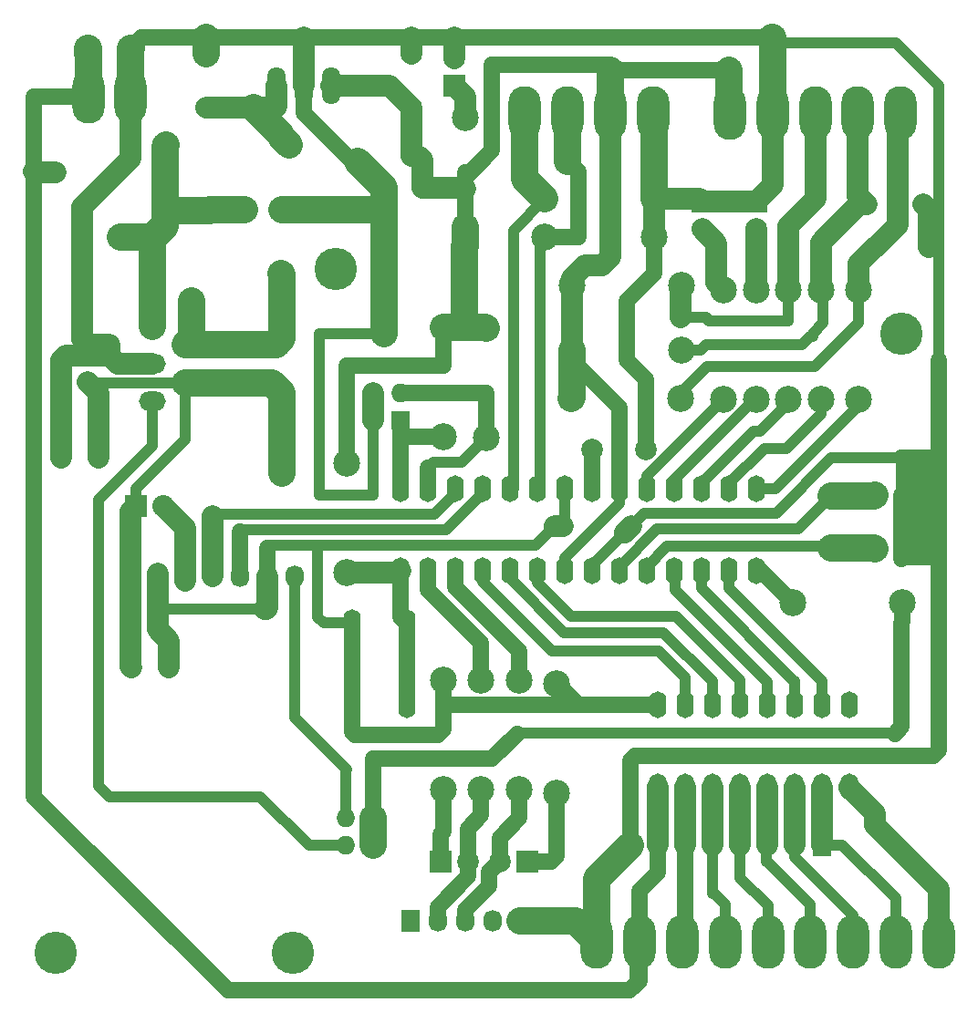
<source format=gbr>
G04 #@! TF.FileFunction,Copper,L2,Bot,Signal*
%FSLAX46Y46*%
G04 Gerber Fmt 4.6, Leading zero omitted, Abs format (unit mm)*
G04 Created by KiCad (PCBNEW 4.0.1-stable) date 12/21/2015 1:33:06 PM*
%MOMM*%
G01*
G04 APERTURE LIST*
%ADD10C,0.150000*%
%ADD11C,3.937000*%
%ADD12O,2.499360X1.800860*%
%ADD13C,2.500000*%
%ADD14O,2.999740X5.001260*%
%ADD15R,2.000000X2.000000*%
%ADD16C,2.000000*%
%ADD17O,1.699260X3.500120*%
%ADD18O,1.600000X2.500000*%
%ADD19C,1.699260*%
%ADD20R,1.699260X1.699260*%
%ADD21R,1.727200X2.032000*%
%ADD22O,1.727200X2.032000*%
%ADD23R,1.727200X1.727200*%
%ADD24O,1.727200X1.727200*%
%ADD25C,1.524000*%
%ADD26R,1.300000X1.300000*%
%ADD27C,1.300000*%
%ADD28R,2.032000X2.032000*%
%ADD29O,2.032000X2.032000*%
%ADD30R,1.905000X1.905000*%
%ADD31C,1.905000*%
%ADD32C,0.889000*%
%ADD33C,2.499360*%
%ADD34C,1.998980*%
%ADD35C,1.500000*%
%ADD36C,1.501140*%
%ADD37C,1.000760*%
%ADD38C,2.000000*%
%ADD39C,2.500000*%
%ADD40C,2.501140*%
%ADD41C,1.000000*%
%ADD42C,0.254000*%
G04 APERTURE END LIST*
D10*
D11*
X113000000Y-95000000D03*
D12*
X96000260Y-103800860D03*
X96000260Y-100300740D03*
X96000260Y-107300980D03*
X99000000Y-105601720D03*
X99000000Y-102000000D03*
D13*
X165580000Y-126000000D03*
X155420000Y-126000000D03*
X123000000Y-110580000D03*
X123000000Y-100420000D03*
D14*
X161018800Y-157500000D03*
X164981200Y-157500000D03*
X157058940Y-157500000D03*
X168941060Y-157500000D03*
X141209860Y-157500000D03*
X145169720Y-157500000D03*
X149129580Y-157500000D03*
X153089440Y-157500000D03*
X137250000Y-157500000D03*
D13*
X126500000Y-133170000D03*
X126500000Y-143330000D03*
D15*
X122750000Y-150000000D03*
D16*
X125290000Y-150000000D03*
D17*
X110000000Y-78000000D03*
X107460000Y-78000000D03*
X112540000Y-78000000D03*
D18*
X119000000Y-123000000D03*
X121540000Y-123000000D03*
X124080000Y-123000000D03*
X126620000Y-123000000D03*
X129160000Y-123000000D03*
X131700000Y-123000000D03*
X134240000Y-123000000D03*
X136780000Y-123000000D03*
X139320000Y-123000000D03*
X141860000Y-123000000D03*
X144400000Y-123000000D03*
X146940000Y-123000000D03*
X149480000Y-123000000D03*
X152020000Y-123000000D03*
X152020000Y-115380000D03*
X149480000Y-115380000D03*
X146940000Y-115380000D03*
X144400000Y-115380000D03*
X141860000Y-115380000D03*
X139320000Y-115380000D03*
X136780000Y-115380000D03*
X134240000Y-115380000D03*
X131700000Y-115380000D03*
X129160000Y-115380000D03*
X126620000Y-115380000D03*
X124080000Y-115380000D03*
X121540000Y-115380000D03*
X119000000Y-115380000D03*
D16*
X136750000Y-111750000D03*
X141750000Y-111750000D03*
X101000000Y-75000000D03*
X101000000Y-80000000D03*
X120000000Y-75000000D03*
X120000000Y-80000000D03*
D19*
X87000000Y-86000000D03*
D20*
X97160000Y-86000000D03*
D15*
X124000000Y-78000000D03*
D16*
X124000000Y-75460000D03*
D15*
X130750000Y-150000000D03*
D16*
X128210000Y-150000000D03*
D15*
X152000000Y-88710000D03*
D16*
X152000000Y-91250000D03*
D15*
X147000000Y-88710000D03*
D16*
X147000000Y-91250000D03*
D19*
X89500000Y-98000000D03*
D20*
X99660000Y-98000000D03*
D21*
X119920000Y-155500000D03*
D22*
X122460000Y-155500000D03*
X125000000Y-155500000D03*
X127540000Y-155500000D03*
X130080000Y-155500000D03*
X132620000Y-155500000D03*
D23*
X119000000Y-109040000D03*
D24*
X116460000Y-109040000D03*
X119000000Y-106500000D03*
X116460000Y-106500000D03*
D13*
X114000000Y-113000000D03*
X114000000Y-123160000D03*
X130000000Y-133170000D03*
X130000000Y-143330000D03*
X125000000Y-91080000D03*
X125000000Y-80920000D03*
X161497540Y-96920940D03*
X161497540Y-107080940D03*
X155000000Y-96920000D03*
X155000000Y-107080000D03*
X158000000Y-96920000D03*
X158000000Y-107080000D03*
X151997940Y-96920940D03*
X151997940Y-107080940D03*
X148998200Y-96920940D03*
X148998200Y-107080940D03*
X145000000Y-107000000D03*
X134840000Y-107000000D03*
X145080000Y-102500000D03*
X134920000Y-102500000D03*
X133500000Y-133500000D03*
X133500000Y-143660000D03*
X123000000Y-133170000D03*
X123000000Y-143330000D03*
X145080000Y-96500000D03*
X134920000Y-96500000D03*
X127000000Y-110660000D03*
X127000000Y-100500000D03*
X132420000Y-92000000D03*
X142580000Y-92000000D03*
X132420000Y-88500000D03*
X142580000Y-88500000D03*
D25*
X97285000Y-83500000D03*
X108715000Y-83500000D03*
D18*
X114500000Y-127880000D03*
X119580000Y-127880000D03*
X114500000Y-135500000D03*
X119580000Y-135500000D03*
X160660000Y-135500000D03*
X158120000Y-135500000D03*
X155580000Y-135500000D03*
X153040000Y-135500000D03*
X150500000Y-135500000D03*
X147960000Y-135500000D03*
X145420000Y-135500000D03*
X142880000Y-135500000D03*
X142880000Y-143120000D03*
X145420000Y-143120000D03*
X147960000Y-143120000D03*
X150500000Y-143120000D03*
X153040000Y-143120000D03*
X155580000Y-143120000D03*
X158120000Y-143120000D03*
X160660000Y-143120000D03*
D16*
X159000000Y-120940940D03*
X159000000Y-116059060D03*
D26*
X163000000Y-121000000D03*
D27*
X165500000Y-121000000D03*
D26*
X163000000Y-116000000D03*
D27*
X165500000Y-116000000D03*
D14*
X90018800Y-79000000D03*
X93981200Y-79000000D03*
X161459860Y-80500000D03*
X157500000Y-80500000D03*
X153540140Y-80500000D03*
X149580280Y-80500000D03*
X165419720Y-80500000D03*
X138481200Y-80500000D03*
X134518800Y-80500000D03*
X142441060Y-80500000D03*
X130558940Y-80500000D03*
D27*
X89500000Y-92000000D03*
D26*
X93000000Y-92000000D03*
D27*
X90000000Y-102000000D03*
D26*
X90000000Y-105500000D03*
D27*
X108000000Y-89500000D03*
D26*
X104500000Y-89500000D03*
D27*
X117500000Y-87500000D03*
D26*
X121000000Y-87500000D03*
D27*
X87500000Y-112500000D03*
D26*
X91000000Y-112500000D03*
D21*
X158160000Y-148500000D03*
D22*
X155620000Y-148500000D03*
X153080000Y-148500000D03*
X150540000Y-148500000D03*
X148000000Y-148500000D03*
X145460000Y-148500000D03*
X142920000Y-148500000D03*
X140380000Y-148500000D03*
D21*
X93920000Y-123500000D03*
D22*
X96460000Y-123500000D03*
X99000000Y-123500000D03*
X101540000Y-123500000D03*
X104080000Y-123500000D03*
X106620000Y-123500000D03*
X109160000Y-123500000D03*
D23*
X116500000Y-148500000D03*
D24*
X113960000Y-148500000D03*
X116500000Y-145960000D03*
X113960000Y-145960000D03*
D28*
X94460000Y-117000000D03*
D29*
X97000000Y-117000000D03*
D11*
X87000000Y-158500000D03*
X109000000Y-158500000D03*
X165500000Y-101000000D03*
D30*
X108000000Y-101460000D03*
D31*
X108000000Y-106540000D03*
D26*
X145000000Y-99500000D03*
D27*
X140000000Y-99500000D03*
D26*
X162500000Y-89000000D03*
D27*
X167500000Y-89000000D03*
D26*
X163000000Y-93000000D03*
D27*
X168000000Y-93000000D03*
D32*
X134105674Y-118894326D03*
X140458055Y-118871945D03*
X140394326Y-118894326D03*
D33*
X96149360Y-92000000D02*
X96000260Y-92149100D01*
X96000260Y-92149100D02*
X96000260Y-100300740D01*
X93000000Y-92000000D02*
X96149360Y-92000000D01*
X96149360Y-92000000D02*
X97160000Y-90989360D01*
X97160000Y-90989360D02*
X97160000Y-90840000D01*
X97160000Y-86000000D02*
X97160000Y-89558019D01*
X97160000Y-89558019D02*
X97160000Y-90840000D01*
X104500000Y-89500000D02*
X101350640Y-89500000D01*
X101350640Y-89500000D02*
X101292621Y-89558019D01*
X101292621Y-89558019D02*
X97160000Y-89558019D01*
X97160000Y-90840000D02*
X96500000Y-91500000D01*
X97160000Y-86000000D02*
X97160000Y-83625000D01*
X97160000Y-83625000D02*
X97285000Y-83500000D01*
X134920000Y-102500000D02*
X134920000Y-106920000D01*
X134920000Y-106920000D02*
X134840000Y-107000000D01*
D34*
X138481200Y-80500000D02*
X138500000Y-80518800D01*
X134920000Y-100500000D02*
X134920000Y-103500000D01*
X138500000Y-80518800D02*
X138500000Y-93886331D01*
X138500000Y-93886331D02*
X137711048Y-94675283D01*
X137711048Y-94675283D02*
X136094412Y-94675283D01*
X136094412Y-94675283D02*
X134903207Y-95866488D01*
X134903207Y-100483207D02*
X134920000Y-100500000D01*
X134903207Y-95866488D02*
X134903207Y-100483207D01*
D35*
X114000000Y-113000000D02*
X114000000Y-104000000D01*
X114000000Y-104000000D02*
X123000000Y-104000000D01*
X123000000Y-104000000D02*
X123000000Y-100420000D01*
D33*
X123000000Y-100420000D02*
X124931874Y-100420000D01*
X124931874Y-100420000D02*
X126920000Y-100420000D01*
X125000000Y-91080000D02*
X125000000Y-92847766D01*
X125000000Y-92847766D02*
X124931874Y-92915892D01*
X124931874Y-92915892D02*
X124931874Y-100420000D01*
X126920000Y-100420000D02*
X127000000Y-100500000D01*
D36*
X125000000Y-91080000D02*
X125000000Y-87545205D01*
X125000000Y-87545205D02*
X125000000Y-86500000D01*
D34*
X121000000Y-87500000D02*
X124954795Y-87500000D01*
X124954795Y-87500000D02*
X125000000Y-87545205D01*
X120000000Y-84500000D02*
X120648980Y-84500000D01*
X120648980Y-84500000D02*
X121000000Y-84851020D01*
X121000000Y-84851020D02*
X121000000Y-87500000D01*
X120000000Y-80000000D02*
X120000000Y-84500000D01*
D37*
X139320000Y-115380000D02*
X139320000Y-116736130D01*
X139320000Y-116736130D02*
X134240000Y-121816130D01*
X134240000Y-121816130D02*
X134240000Y-123000000D01*
D36*
X134920000Y-103500000D02*
X139320000Y-107900000D01*
X139320000Y-107900000D02*
X139320000Y-115380000D01*
X125000000Y-86500000D02*
X127500000Y-84000000D01*
X138000000Y-76000000D02*
X138500000Y-76500000D01*
X127500000Y-76000000D02*
X138000000Y-76000000D01*
X127500000Y-84000000D02*
X127500000Y-76000000D01*
X138500000Y-76500000D02*
X149500000Y-76500000D01*
D33*
X149500000Y-76500000D02*
X149500000Y-80419720D01*
X138500000Y-80481200D02*
X138500000Y-76500000D01*
X149500000Y-80419720D02*
X149580280Y-80500000D01*
X138481200Y-80500000D02*
X138500000Y-80481200D01*
D36*
X125000000Y-86500000D02*
X125000000Y-86000000D01*
D34*
X112540000Y-78000000D02*
X118000000Y-78000000D01*
X118000000Y-78000000D02*
X120000000Y-80000000D01*
X168000000Y-93000000D02*
X168000000Y-89500000D01*
X168000000Y-89500000D02*
X167500000Y-89000000D01*
D37*
X169000000Y-78000000D02*
X169000000Y-93004526D01*
X169000000Y-93004526D02*
X169000000Y-103500000D01*
D36*
X140000000Y-99500000D02*
X140000000Y-103500000D01*
X140000000Y-103500000D02*
X141750000Y-105250000D01*
X141750000Y-105250000D02*
X141750000Y-111750000D01*
X142580000Y-92000000D02*
X142580000Y-95420000D01*
X142580000Y-95420000D02*
X140000000Y-98000000D01*
X140000000Y-98000000D02*
X140000000Y-99500000D01*
D38*
X116460000Y-109040000D02*
X116460000Y-106500000D01*
D34*
X87950740Y-103049260D02*
X92000000Y-103049260D01*
X87500000Y-103500000D02*
X87950740Y-103049260D01*
X87500000Y-112500000D02*
X87500000Y-103500000D01*
X92000000Y-102000000D02*
X90000000Y-102000000D01*
X92000000Y-103049260D02*
X92000000Y-102000000D01*
X96000260Y-103800860D02*
X92751600Y-103800860D01*
X92751600Y-103800860D02*
X92000000Y-103049260D01*
X89500000Y-98000000D02*
X89500000Y-101500000D01*
X89500000Y-101500000D02*
X90000000Y-102000000D01*
X106620000Y-123500000D02*
X106620000Y-126514980D01*
X106620000Y-126514980D02*
X106539796Y-126595184D01*
X106539796Y-126595184D02*
X106403378Y-126595184D01*
D37*
X106412025Y-126586537D02*
X106403378Y-126595184D01*
X106403378Y-126595184D02*
X96465608Y-126595184D01*
X96465608Y-126595184D02*
X96460000Y-126600792D01*
X106620000Y-123500000D02*
X106620000Y-123652400D01*
X106620000Y-123652400D02*
X106500000Y-123772400D01*
D34*
X96460000Y-123294976D02*
X96460000Y-126600792D01*
X96460000Y-126600792D02*
X96460000Y-128460000D01*
X96470726Y-123284250D02*
X96460000Y-123294976D01*
X96460000Y-128460000D02*
X97500000Y-129500000D01*
X97500000Y-129500000D02*
X97500000Y-132000000D01*
D37*
X106827140Y-120672860D02*
X106620000Y-120880000D01*
D35*
X106620000Y-120880000D02*
X106620000Y-123500000D01*
D37*
X111327140Y-120672860D02*
X106827140Y-120672860D01*
D34*
X93981200Y-79000000D02*
X93981200Y-84783439D01*
X93981200Y-84783439D02*
X89500000Y-89264639D01*
X89500000Y-89264639D02*
X89500000Y-92000000D01*
X89500000Y-98000000D02*
X89500000Y-92000000D01*
D37*
X117500000Y-101000000D02*
X111434909Y-101000000D01*
X116420000Y-116000000D02*
X116460000Y-115960000D01*
X111434909Y-101000000D02*
X111434909Y-116000000D01*
X111434909Y-116000000D02*
X116420000Y-116000000D01*
X116460000Y-115960000D02*
X116460000Y-109040000D01*
D39*
X117500000Y-87500000D02*
X117500000Y-89551024D01*
D33*
X108000000Y-89500000D02*
X117448976Y-89500000D01*
D39*
X117500000Y-89551024D02*
X117500000Y-101000000D01*
D33*
X117448976Y-89500000D02*
X117500000Y-89551024D01*
D37*
X133355674Y-118894326D02*
X131577140Y-120672860D01*
X131577140Y-120672860D02*
X111327140Y-120672860D01*
X111327140Y-120672860D02*
X111306579Y-120693421D01*
X111306579Y-120693421D02*
X111306579Y-127306579D01*
X111306579Y-127306579D02*
X111880000Y-127880000D01*
X111880000Y-127880000D02*
X114500000Y-127880000D01*
D36*
X123500000Y-135500000D02*
X135500000Y-135500000D01*
X123000000Y-136000000D02*
X123500000Y-135500000D01*
X142880000Y-135500000D02*
X135500000Y-135500000D01*
X135500000Y-135500000D02*
X133500000Y-133500000D01*
X169000000Y-112500000D02*
X169000000Y-139683125D01*
X169000000Y-139683125D02*
X168475137Y-140207988D01*
X168475137Y-140207988D02*
X140762431Y-140207988D01*
X140762431Y-140207988D02*
X140380000Y-140590419D01*
X140380000Y-140590419D02*
X140380000Y-148500000D01*
X114500000Y-127880000D02*
X114500000Y-135500000D01*
X123000000Y-137750000D02*
X122498860Y-138251140D01*
X122498860Y-138251140D02*
X114748860Y-138251140D01*
X114748860Y-138251140D02*
X114500000Y-138002280D01*
X114500000Y-138002280D02*
X114500000Y-135500000D01*
X110000000Y-78000000D02*
X110000000Y-80500000D01*
X110000000Y-80500000D02*
X114500000Y-85000000D01*
X114500000Y-85000000D02*
X115000000Y-85000000D01*
D40*
X115000000Y-85000000D02*
X117500000Y-87500000D01*
D33*
X137250000Y-157500000D02*
X137250000Y-151630000D01*
X137250000Y-151630000D02*
X140380000Y-148500000D01*
X132620000Y-155500000D02*
X135250000Y-155500000D01*
X135250000Y-155500000D02*
X137250000Y-157500000D01*
X130080000Y-155500000D02*
X132620000Y-155500000D01*
D36*
X165500000Y-121000000D02*
X165500000Y-121919238D01*
X165500000Y-112500000D02*
X169000000Y-112500000D01*
X169000000Y-112500000D02*
X169000000Y-103500000D01*
D37*
X153540140Y-74000000D02*
X165000000Y-74000000D01*
X165000000Y-74000000D02*
X169000000Y-78000000D01*
D36*
X123000000Y-137750000D02*
X123000000Y-136000000D01*
X123000000Y-133170000D02*
X123000000Y-136000000D01*
D34*
X133355674Y-118894326D02*
X134105674Y-118894326D01*
D37*
X140458055Y-118871945D02*
X141647752Y-117682248D01*
X136780000Y-122550000D02*
X139832843Y-119497157D01*
D34*
X140458055Y-118871945D02*
X139832843Y-119497157D01*
D37*
X136780000Y-123000000D02*
X136780000Y-122550000D01*
X141647752Y-117682248D02*
X141647752Y-117647752D01*
X141647752Y-117647752D02*
X153852248Y-117647752D01*
X153852248Y-117647752D02*
X159000000Y-112500000D01*
X159000000Y-112500000D02*
X165500000Y-112500000D01*
X133355674Y-118894326D02*
X134240000Y-118010000D01*
X134240000Y-118010000D02*
X134240000Y-115380000D01*
D34*
X124000000Y-75460000D02*
X124000000Y-73500000D01*
X124000000Y-73500000D02*
X124000000Y-74000000D01*
X124000000Y-74000000D02*
X124000000Y-73500000D01*
D33*
X142441060Y-80500000D02*
X142580000Y-80638940D01*
X142580000Y-80638940D02*
X142580000Y-88500000D01*
D34*
X110000000Y-78000000D02*
X110000000Y-73500000D01*
D33*
X101000000Y-75000000D02*
X101000000Y-73500000D01*
X101000000Y-73500000D02*
X101000000Y-74000000D01*
X101000000Y-74000000D02*
X101000000Y-73500000D01*
D36*
X165500000Y-116000000D02*
X165500000Y-121000000D01*
D33*
X153540140Y-80500000D02*
X153540140Y-74000000D01*
X153540140Y-74000000D02*
X153540140Y-73500000D01*
X153540140Y-73500000D02*
X153500000Y-73500000D01*
D34*
X120000000Y-75000000D02*
X120000000Y-73500000D01*
D36*
X138000000Y-73500000D02*
X153500000Y-73500000D01*
X93981200Y-74518800D02*
X95000000Y-73500000D01*
X95000000Y-73500000D02*
X101000000Y-73500000D01*
X101000000Y-73500000D02*
X110000000Y-73500000D01*
X110000000Y-73500000D02*
X120000000Y-73500000D01*
X120000000Y-73500000D02*
X124000000Y-73500000D01*
X124000000Y-73500000D02*
X125000000Y-73500000D01*
X125000000Y-73500000D02*
X138000000Y-73500000D01*
X154000000Y-80040140D02*
X153540140Y-80500000D01*
D33*
X93981200Y-79000000D02*
X93981200Y-74518800D01*
X93981200Y-74518800D02*
X94000000Y-74500000D01*
D34*
X153540140Y-80500000D02*
X153540140Y-87169860D01*
X153540140Y-87169860D02*
X152000000Y-88710000D01*
X142580000Y-88500000D02*
X142580000Y-92000000D01*
X142580000Y-88500000D02*
X146790000Y-88500000D01*
X146790000Y-88500000D02*
X147000000Y-88710000D01*
X147000000Y-88710000D02*
X152000000Y-88710000D01*
D37*
X165500000Y-112500000D02*
X165500000Y-116000000D01*
D36*
X85000000Y-85915736D02*
X85000000Y-144023407D01*
X85000000Y-144023407D02*
X102978405Y-162001812D01*
X102978405Y-162001812D02*
X140300305Y-162001812D01*
X140300305Y-162001812D02*
X141209860Y-161092257D01*
X141209860Y-161092257D02*
X141209860Y-157500000D01*
X85000000Y-79000000D02*
X85000000Y-85915736D01*
D34*
X87000000Y-86000000D02*
X85084264Y-86000000D01*
X85084264Y-86000000D02*
X85000000Y-85915736D01*
X142880000Y-143120000D02*
X142880000Y-147459970D01*
X142880000Y-147459970D02*
X142883179Y-147463149D01*
X142883179Y-147463149D02*
X142883179Y-148463179D01*
X142883179Y-148463179D02*
X142920000Y-148500000D01*
D36*
X142920000Y-148500000D02*
X142920000Y-151017140D01*
X142920000Y-151017140D02*
X141209860Y-152727280D01*
X141209860Y-152727280D02*
X141209860Y-153498230D01*
X141209860Y-153498230D02*
X141209860Y-157500000D01*
X141058940Y-161243177D02*
X141058940Y-157500000D01*
X90018800Y-79000000D02*
X85000000Y-79000000D01*
D33*
X90018800Y-79000000D02*
X90018800Y-74518800D01*
X90000000Y-74537600D02*
X90000000Y-75000000D01*
X90018800Y-74518800D02*
X90000000Y-74537600D01*
X159000000Y-120940940D02*
X162940940Y-120940940D01*
X162940940Y-120940940D02*
X163000000Y-121000000D01*
D37*
X141860000Y-123000000D02*
X141860000Y-122640000D01*
X141860000Y-122640000D02*
X143765585Y-120734415D01*
X143765585Y-120734415D02*
X158793475Y-120734415D01*
X158793475Y-120734415D02*
X159000000Y-120940940D01*
D36*
X162940940Y-120940940D02*
X163000000Y-121000000D01*
D33*
X159000000Y-116059060D02*
X162940940Y-116059060D01*
X162940940Y-116059060D02*
X163000000Y-116000000D01*
D37*
X142831951Y-119168049D02*
X155891011Y-119168049D01*
X139320000Y-123000000D02*
X139320000Y-122680000D01*
X139320000Y-122680000D02*
X142831951Y-119168049D01*
X155891011Y-119168049D02*
X159000000Y-116059060D01*
D36*
X162940940Y-116059060D02*
X163000000Y-116000000D01*
X136750000Y-111750000D02*
X136750000Y-115350000D01*
X136750000Y-115350000D02*
X136780000Y-115380000D01*
D34*
X101000000Y-80000000D02*
X105400241Y-80000000D01*
X105400241Y-80000000D02*
X106000000Y-80000000D01*
D33*
X108715000Y-83500000D02*
X107953001Y-82738001D01*
X107953001Y-82738001D02*
X107953001Y-82552760D01*
X107953001Y-82552760D02*
X105400241Y-80000000D01*
D34*
X107460000Y-79960000D02*
X107420000Y-80000000D01*
X107420000Y-80000000D02*
X106000000Y-80000000D01*
X107460000Y-78000000D02*
X107460000Y-79960000D01*
D37*
X106000000Y-80000000D02*
X106000000Y-80500000D01*
X106000000Y-80500000D02*
X106000000Y-80000000D01*
D34*
X124000000Y-78000000D02*
X125000000Y-79000000D01*
X125000000Y-79000000D02*
X125000000Y-80920000D01*
D36*
X133500000Y-147170000D02*
X133500000Y-143660000D01*
X130750000Y-150000000D02*
X133000000Y-150000000D01*
X133500000Y-149500000D02*
X133500000Y-147170000D01*
X133000000Y-150000000D02*
X133500000Y-149500000D01*
X127210001Y-152289999D02*
X125000000Y-154500000D01*
X125000000Y-154500000D02*
X125000000Y-155500000D01*
X128210000Y-150000000D02*
X127210001Y-150999999D01*
X127210001Y-150999999D02*
X127210001Y-152289999D01*
X128210000Y-150000000D02*
X128210000Y-147790000D01*
X130000000Y-146000000D02*
X130000000Y-143330000D01*
X128210000Y-147790000D02*
X130000000Y-146000000D01*
X123000000Y-143330000D02*
X123000000Y-147250000D01*
X122750000Y-147500000D02*
X122750000Y-150000000D01*
X123000000Y-147250000D02*
X122750000Y-147500000D01*
X125290000Y-150000000D02*
X125290000Y-151414213D01*
X125290000Y-151414213D02*
X122460000Y-154244213D01*
X122460000Y-154244213D02*
X122460000Y-155500000D01*
X125290000Y-150000000D02*
X125290000Y-146960000D01*
X126500000Y-145750000D02*
X126500000Y-143330000D01*
X125290000Y-146960000D02*
X126500000Y-145750000D01*
D34*
X152000000Y-91250000D02*
X152000000Y-96918880D01*
X152000000Y-96918880D02*
X151997940Y-96920940D01*
X147000000Y-91250000D02*
X148338302Y-92588302D01*
X148338302Y-92588302D02*
X148338302Y-96261042D01*
X148338302Y-96261042D02*
X148998200Y-96920940D01*
D33*
X99660000Y-98000000D02*
X99660000Y-101340000D01*
X99660000Y-101340000D02*
X99000000Y-102000000D01*
X108000000Y-101460000D02*
X108000000Y-95474044D01*
X108000000Y-95474044D02*
X107951451Y-95425495D01*
X99000000Y-102000000D02*
X107460000Y-102000000D01*
X107460000Y-102000000D02*
X108000000Y-101460000D01*
D34*
X114000000Y-123160000D02*
X118840000Y-123160000D01*
X118840000Y-123160000D02*
X119000000Y-123000000D01*
D36*
X119580000Y-127880000D02*
X119580000Y-135500000D01*
X119000000Y-123000000D02*
X119000000Y-127300000D01*
X119000000Y-127300000D02*
X119580000Y-127880000D01*
X121540000Y-124790000D02*
X126500000Y-129750000D01*
X126500000Y-129750000D02*
X126500000Y-133170000D01*
X121540000Y-123000000D02*
X121540000Y-124790000D01*
X124080000Y-124580000D02*
X130000000Y-130500000D01*
X130000000Y-130500000D02*
X130000000Y-133170000D01*
X124080000Y-123000000D02*
X124080000Y-124580000D01*
D41*
X145420000Y-135500000D02*
X145420000Y-132920000D01*
X145420000Y-132920000D02*
X142954358Y-130454358D01*
X142954358Y-130454358D02*
X133063804Y-130454358D01*
X133063804Y-130454358D02*
X126620000Y-124010554D01*
X126620000Y-124010554D02*
X126620000Y-123000000D01*
X134178240Y-128750000D02*
X143403019Y-128750000D01*
X143403019Y-128750000D02*
X147960000Y-133306981D01*
X147960000Y-133306981D02*
X147960000Y-135500000D01*
D37*
X129160000Y-123000000D02*
X129160000Y-123731760D01*
X129160000Y-123731760D02*
X134178240Y-128750000D01*
D41*
X134669664Y-127101034D02*
X134822641Y-127254011D01*
X150500000Y-133183302D02*
X150500000Y-135500000D01*
X134822641Y-127254011D02*
X144570709Y-127254011D01*
X144570709Y-127254011D02*
X150500000Y-133183302D01*
D37*
X131700000Y-123000000D02*
X131700000Y-124131370D01*
X131700000Y-124131370D02*
X134669664Y-127101034D01*
D41*
X144400000Y-123000000D02*
X144400000Y-123450000D01*
X144400000Y-123450000D02*
X144500000Y-123550000D01*
X144500000Y-123550000D02*
X144500000Y-124790507D01*
X144500000Y-124790507D02*
X153040000Y-133330507D01*
X153040000Y-133330507D02*
X153040000Y-135500000D01*
X146940000Y-123000000D02*
X146940000Y-124657122D01*
X146940000Y-124657122D02*
X155532878Y-133250000D01*
X155532878Y-133250000D02*
X155580000Y-133250000D01*
X155580000Y-133250000D02*
X155580000Y-135500000D01*
X149480000Y-123000000D02*
X149480000Y-124610000D01*
X149480000Y-124610000D02*
X158120000Y-133250000D01*
X158120000Y-133250000D02*
X158120000Y-135500000D01*
D36*
X152020000Y-123000000D02*
X152420000Y-123000000D01*
X152420000Y-123000000D02*
X155420000Y-126000000D01*
D37*
X161497540Y-107703220D02*
X161497540Y-107080940D01*
X153820760Y-115380000D02*
X161497540Y-107703220D01*
X152020000Y-115380000D02*
X153820760Y-115380000D01*
D41*
X149480000Y-115380000D02*
X149480000Y-114930000D01*
X149480000Y-114930000D02*
X152773384Y-111636616D01*
X152773384Y-111636616D02*
X154863384Y-111636616D01*
X154863384Y-111636616D02*
X158000000Y-108500000D01*
X158000000Y-108500000D02*
X158000000Y-107080000D01*
D37*
X149480000Y-115380000D02*
X149480000Y-114826928D01*
X146940000Y-115380000D02*
X146940000Y-114930000D01*
X155000000Y-107417478D02*
X155000000Y-107080000D01*
X146940000Y-114930000D02*
X151780932Y-110089068D01*
X151780932Y-110089068D02*
X152328410Y-110089068D01*
X152328410Y-110089068D02*
X155000000Y-107417478D01*
X144400000Y-115380000D02*
X144400000Y-114567475D01*
X151886535Y-107080940D02*
X151997940Y-107080940D01*
X144400000Y-114567475D02*
X151886535Y-107080940D01*
X141860000Y-115380000D02*
X141860000Y-114219140D01*
X141860000Y-114219140D02*
X148998200Y-107080940D01*
X132000000Y-115380000D02*
X132000000Y-105500000D01*
X132000000Y-92420000D02*
X132420000Y-92000000D01*
X132000000Y-105500000D02*
X132000000Y-92420000D01*
X132000000Y-105500000D02*
X132000000Y-105500000D01*
D33*
X134518800Y-80500000D02*
X134518800Y-84981200D01*
D36*
X135500000Y-92000000D02*
X132420000Y-92000000D01*
X135500000Y-85962400D02*
X135500000Y-92000000D01*
X134518800Y-84981200D02*
X135500000Y-85962400D01*
D37*
X129500000Y-115380000D02*
X129500000Y-91420000D01*
X129500000Y-91420000D02*
X132420000Y-88500000D01*
D33*
X130558940Y-80500000D02*
X130558940Y-86638940D01*
X130558940Y-86638940D02*
X132420000Y-88500000D01*
D36*
X104080000Y-123500000D02*
X104080000Y-123205818D01*
X104080000Y-123205818D02*
X104080000Y-119420000D01*
D37*
X104266051Y-119233949D02*
X104080000Y-119420000D01*
D41*
X123216051Y-119233949D02*
X105266051Y-119233949D01*
X126620000Y-115830000D02*
X123216051Y-119233949D01*
D37*
X105266051Y-119233949D02*
X104266051Y-119233949D01*
D41*
X126620000Y-115380000D02*
X126620000Y-115830000D01*
D37*
X101744689Y-117755311D02*
X101540000Y-117960000D01*
D38*
X101540000Y-117960000D02*
X101540000Y-123500000D01*
D37*
X104244689Y-117755311D02*
X101744689Y-117755311D01*
D41*
X124080000Y-115380000D02*
X124080000Y-115830000D01*
X124080000Y-115830000D02*
X122154689Y-117755311D01*
X122154689Y-117755311D02*
X104244689Y-117755311D01*
D37*
X121540000Y-113460000D02*
X122016446Y-112983554D01*
X124676446Y-112983554D02*
X127000000Y-110660000D01*
X122016446Y-112983554D02*
X124676446Y-112983554D01*
D36*
X121540000Y-115380000D02*
X121540000Y-113460000D01*
X127000000Y-106500000D02*
X127000000Y-110660000D01*
X119000000Y-106500000D02*
X127000000Y-106500000D01*
X119000000Y-115380000D02*
X119000000Y-110746450D01*
X119000000Y-110746450D02*
X119000000Y-109040000D01*
X123000000Y-110580000D02*
X119166450Y-110580000D01*
X119166450Y-110580000D02*
X119000000Y-110746450D01*
D34*
X145420000Y-143120000D02*
X145420000Y-148460000D01*
X145420000Y-148460000D02*
X145460000Y-148500000D01*
D36*
X145460000Y-148500000D02*
X145460000Y-157209720D01*
X145460000Y-157209720D02*
X145169720Y-157500000D01*
D34*
X147960000Y-143120000D02*
X147960000Y-148460000D01*
X147960000Y-148460000D02*
X148000000Y-148500000D01*
D37*
X148000000Y-153000000D02*
X148130970Y-153000000D01*
X148130970Y-153000000D02*
X149129580Y-153998610D01*
X149129580Y-153998610D02*
X149129580Y-157500000D01*
X148000000Y-148500000D02*
X148000000Y-153000000D01*
X155620000Y-148500000D02*
X155620000Y-149629522D01*
X155620000Y-149629522D02*
X161018800Y-155028322D01*
X161018800Y-155028322D02*
X161018800Y-157500000D01*
D34*
X155580000Y-143120000D02*
X155580000Y-148460000D01*
X155580000Y-148460000D02*
X155620000Y-148500000D01*
X163000000Y-145500000D02*
X160660000Y-143160000D01*
X160660000Y-143160000D02*
X160660000Y-143120000D01*
X163000000Y-146620000D02*
X163000000Y-145500000D01*
X163000000Y-146620000D02*
X168941060Y-152561060D01*
X168941060Y-152561060D02*
X168941060Y-157500000D01*
X91000000Y-112500000D02*
X91000000Y-106500000D01*
X91000000Y-106500000D02*
X90000000Y-105500000D01*
D37*
X99000000Y-105601720D02*
X99000000Y-110847580D01*
X99000000Y-110847580D02*
X94460000Y-115387580D01*
X94460000Y-115387580D02*
X94460000Y-117000000D01*
X99000000Y-105601720D02*
X89937716Y-105601720D01*
X89937716Y-105601720D02*
X89915333Y-105624103D01*
D34*
X94460000Y-117000000D02*
X93920000Y-117540000D01*
X93920000Y-117540000D02*
X93920000Y-123649085D01*
X93920000Y-123649085D02*
X93926236Y-123655321D01*
X93926236Y-123655321D02*
X93920000Y-123661557D01*
X93920000Y-123661557D02*
X93920000Y-131920000D01*
X93920000Y-131920000D02*
X94000000Y-132000000D01*
D33*
X108000000Y-106540000D02*
X108000000Y-114000000D01*
X99000000Y-105601720D02*
X107061720Y-105601720D01*
X107061720Y-105601720D02*
X108000000Y-106540000D01*
D34*
X150500000Y-143120000D02*
X150500000Y-148460000D01*
X150500000Y-148460000D02*
X150540000Y-148500000D01*
D37*
X150540000Y-148500000D02*
X150540000Y-151540000D01*
X150540000Y-151540000D02*
X153089440Y-154089440D01*
X153089440Y-154089440D02*
X153089440Y-157500000D01*
D34*
X152840000Y-157398940D02*
X152941060Y-157500000D01*
X153040000Y-143120000D02*
X153040000Y-148460000D01*
X153040000Y-148460000D02*
X153080000Y-148500000D01*
D37*
X153000000Y-150000000D02*
X153060330Y-150000000D01*
X153060330Y-150000000D02*
X157058940Y-153998610D01*
X157058940Y-153998610D02*
X157058940Y-157500000D01*
X153000000Y-148732400D02*
X153000000Y-150000000D01*
X153080000Y-148500000D02*
X153080000Y-148652400D01*
X153080000Y-148652400D02*
X153000000Y-148732400D01*
D34*
X97000000Y-117000000D02*
X99068226Y-119068226D01*
X99068226Y-119068226D02*
X99068226Y-123920372D01*
D37*
X109160000Y-136660000D02*
X109160000Y-123500000D01*
X109160000Y-136660000D02*
X114000000Y-141500000D01*
X114000000Y-141500000D02*
X113960000Y-141540000D01*
X113960000Y-141540000D02*
X113960000Y-145960000D01*
D41*
X164855579Y-138144421D02*
X164840973Y-138129815D01*
X164840973Y-138129815D02*
X129870185Y-138129815D01*
X129870185Y-138129815D02*
X129855579Y-138144421D01*
D36*
X165580000Y-126000000D02*
X165580000Y-127767766D01*
X165580000Y-127767766D02*
X165500000Y-127847766D01*
X165500000Y-127847766D02*
X165500000Y-137500000D01*
X165500000Y-137500000D02*
X164855579Y-138144421D01*
X129855579Y-138144421D02*
X127500000Y-140500000D01*
X127500000Y-140500000D02*
X116500000Y-140500000D01*
X116500000Y-140500000D02*
X116500000Y-145960000D01*
D33*
X116500000Y-145960000D02*
X116500000Y-148500000D01*
D37*
X113960000Y-148500000D02*
X110500000Y-148500000D01*
X110500000Y-148500000D02*
X106000000Y-144000000D01*
X106000000Y-144000000D02*
X92000000Y-144000000D01*
X92000000Y-144000000D02*
X91000000Y-143000000D01*
X91000000Y-143000000D02*
X91000000Y-116396131D01*
X91000000Y-116396131D02*
X96000260Y-111395871D01*
X96000260Y-111395871D02*
X96000260Y-107300980D01*
D34*
X158120000Y-143120000D02*
X158120000Y-148460000D01*
X158120000Y-148460000D02*
X158160000Y-148500000D01*
D37*
X158160000Y-148500000D02*
X160024360Y-148500000D01*
X160024360Y-148500000D02*
X164981200Y-153456840D01*
X164981200Y-153456840D02*
X164981200Y-153998610D01*
X164981200Y-153998610D02*
X164981200Y-157500000D01*
D34*
X145000000Y-99500000D02*
X145000000Y-96580000D01*
X145000000Y-96580000D02*
X145080000Y-96500000D01*
D37*
X147657446Y-99799018D02*
X147358428Y-99500000D01*
X147358428Y-99500000D02*
X145000000Y-99500000D01*
D41*
X144983782Y-96525905D02*
X144983782Y-97125354D01*
X147657446Y-99799018D02*
X155000000Y-99799018D01*
X155000000Y-99799018D02*
X155000000Y-96920000D01*
D34*
X157500000Y-80500000D02*
X157500000Y-88500000D01*
X155000000Y-91000000D02*
X155000000Y-96920000D01*
X157500000Y-88500000D02*
X155000000Y-91000000D01*
X161459860Y-80500000D02*
X161459860Y-88215321D01*
X161459860Y-88215321D02*
X162255422Y-89010883D01*
X162255422Y-89010883D02*
X161489117Y-89010883D01*
X161489117Y-89010883D02*
X158000000Y-92500000D01*
X158000000Y-92500000D02*
X158000000Y-96920000D01*
D37*
X145080000Y-102500000D02*
X146847766Y-102500000D01*
X146847766Y-102500000D02*
X147339236Y-102008530D01*
X147339236Y-102008530D02*
X147634550Y-102008530D01*
D41*
X157250000Y-101250000D02*
X157250000Y-101000000D01*
X147634550Y-102008530D02*
X156241470Y-102008530D01*
X157250000Y-101000000D02*
X158250000Y-100000000D01*
X156241470Y-102008530D02*
X157000000Y-101250000D01*
X157000000Y-101250000D02*
X157250000Y-101250000D01*
X158250000Y-100000000D02*
X158250000Y-97170000D01*
X158250000Y-97170000D02*
X158000000Y-96920000D01*
D34*
X163000000Y-93000000D02*
X163113865Y-93000000D01*
X163113865Y-93000000D02*
X165163744Y-90950121D01*
X161497540Y-96920940D02*
X161497540Y-94502460D01*
X161497540Y-94502460D02*
X163000000Y-93000000D01*
X165419720Y-80500000D02*
X165163744Y-80755976D01*
X165163744Y-80755976D02*
X165163744Y-90950121D01*
D41*
X161497540Y-96920940D02*
X161500000Y-96923400D01*
X157459050Y-104040950D02*
X147465578Y-104040950D01*
X145000000Y-106506528D02*
X145000000Y-107000000D01*
X161500000Y-96923400D02*
X161500000Y-100000000D01*
X147465578Y-104040950D02*
X145000000Y-106506528D01*
X161500000Y-100000000D02*
X157459050Y-104040950D01*
X161000000Y-97418480D02*
X161497540Y-96920940D01*
D42*
G36*
X169182540Y-122373000D02*
X165127000Y-122373000D01*
X165127000Y-122012431D01*
X165195766Y-121909516D01*
X165376680Y-121000000D01*
X165195766Y-120090484D01*
X165127000Y-119987568D01*
X165127000Y-117012432D01*
X165195766Y-116909516D01*
X165376680Y-116000000D01*
X165195766Y-115090484D01*
X165127000Y-114987569D01*
X165127000Y-112127000D01*
X169182540Y-112127000D01*
X169182540Y-122373000D01*
X169182540Y-122373000D01*
G37*
X169182540Y-122373000D02*
X165127000Y-122373000D01*
X165127000Y-122012431D01*
X165195766Y-121909516D01*
X165376680Y-121000000D01*
X165195766Y-120090484D01*
X165127000Y-119987568D01*
X165127000Y-117012432D01*
X165195766Y-116909516D01*
X165376680Y-116000000D01*
X165195766Y-115090484D01*
X165127000Y-114987569D01*
X165127000Y-112127000D01*
X169182540Y-112127000D01*
X169182540Y-122373000D01*
M02*

</source>
